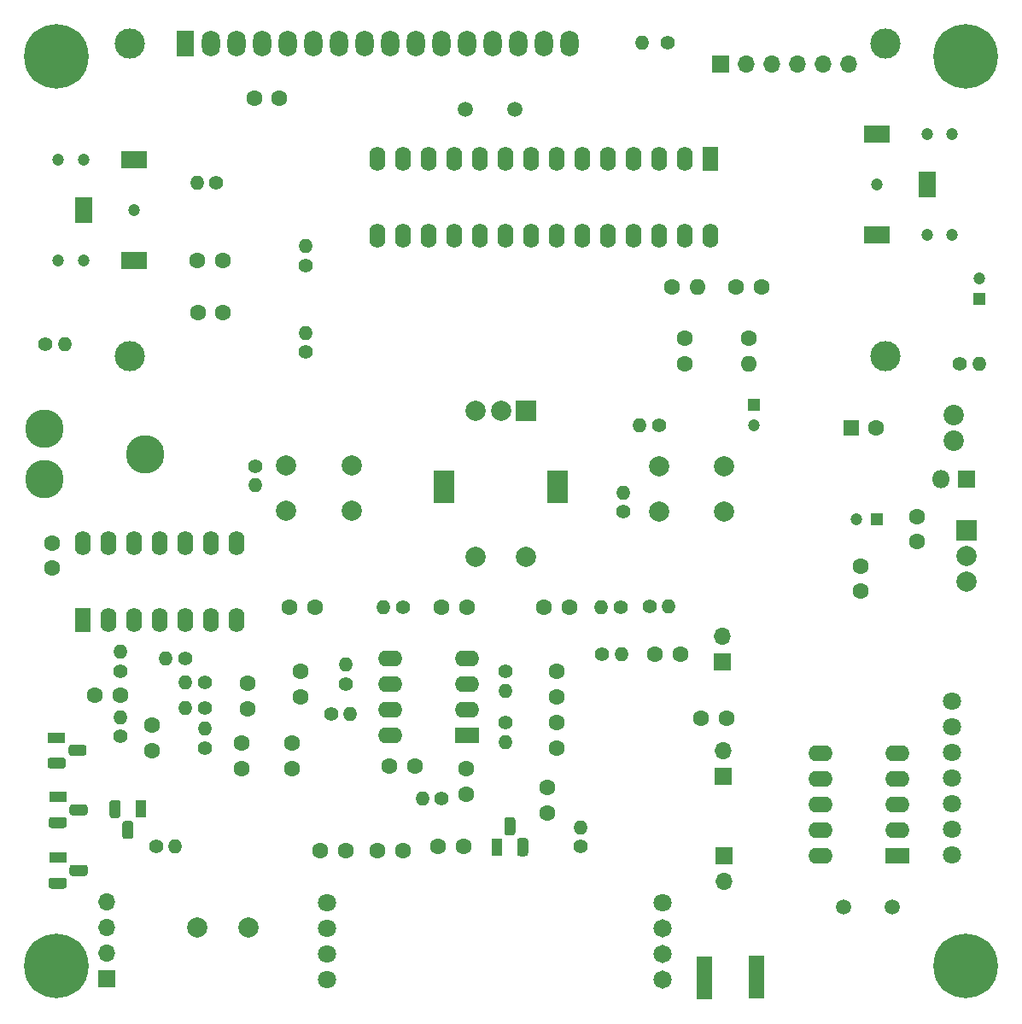
<source format=gbs>
G04 #@! TF.GenerationSoftware,KiCad,Pcbnew,(5.1.6)-1*
G04 #@! TF.CreationDate,2020-07-28T21:05:54+05:30*
G04 #@! TF.ProjectId,SDR_SSB,5344525f-5353-4422-9e6b-696361645f70,rev?*
G04 #@! TF.SameCoordinates,Original*
G04 #@! TF.FileFunction,Soldermask,Bot*
G04 #@! TF.FilePolarity,Negative*
%FSLAX46Y46*%
G04 Gerber Fmt 4.6, Leading zero omitted, Abs format (unit mm)*
G04 Created by KiCad (PCBNEW (5.1.6)-1) date 2020-07-28 21:05:54*
%MOMM*%
%LPD*%
G01*
G04 APERTURE LIST*
%ADD10O,1.400000X1.400000*%
%ADD11C,1.400000*%
%ADD12R,1.100000X1.800000*%
%ADD13C,1.600000*%
%ADD14O,1.700000X1.700000*%
%ADD15R,1.700000X1.700000*%
%ADD16R,1.800000X1.100000*%
%ADD17C,0.800000*%
%ADD18C,6.400000*%
%ADD19C,1.500000*%
%ADD20O,2.400000X1.600000*%
%ADD21R,2.400000X1.600000*%
%ADD22R,2.000000X2.000000*%
%ADD23C,2.000000*%
%ADD24R,2.000000X3.200000*%
%ADD25C,1.812700*%
%ADD26C,1.802540*%
%ADD27C,1.800000*%
%ADD28O,1.600000X2.400000*%
%ADD29R,1.600000X2.400000*%
%ADD30C,2.999999*%
%ADD31O,1.800000X2.600000*%
%ADD32R,1.800000X2.600000*%
%ADD33C,3.810000*%
%ADD34O,1.600000X1.600000*%
%ADD35C,2.020000*%
%ADD36R,1.524000X4.318000*%
%ADD37O,1.800000X1.800000*%
%ADD38R,1.800000X1.800000*%
%ADD39C,1.200000*%
%ADD40R,1.800000X2.500000*%
%ADD41R,2.500000X1.800000*%
%ADD42R,1.200000X1.200000*%
%ADD43R,1.600000X1.600000*%
G04 APERTURE END LIST*
D10*
X108254800Y204927200D03*
D11*
X106354800Y204927200D03*
D12*
X104825800Y208603800D03*
G36*
G01*
X102835800Y209228800D02*
X102835800Y207978800D01*
G75*
G02*
X102560800Y207703800I-275000J0D01*
G01*
X102010800Y207703800D01*
G75*
G02*
X101735800Y207978800I0J275000D01*
G01*
X101735800Y209228800D01*
G75*
G02*
X102010800Y209503800I275000J0D01*
G01*
X102560800Y209503800D01*
G75*
G02*
X102835800Y209228800I0J-275000D01*
G01*
G37*
G36*
G01*
X104105800Y207158800D02*
X104105800Y205908800D01*
G75*
G02*
X103830800Y205633800I-275000J0D01*
G01*
X103280800Y205633800D01*
G75*
G02*
X103005800Y205908800I0J275000D01*
G01*
X103005800Y207158800D01*
G75*
G02*
X103280800Y207433800I275000J0D01*
G01*
X103830800Y207433800D01*
G75*
G02*
X104105800Y207158800I0J-275000D01*
G01*
G37*
X140157200Y204832000D03*
G36*
G01*
X142147200Y204207000D02*
X142147200Y205457000D01*
G75*
G02*
X142422200Y205732000I275000J0D01*
G01*
X142972200Y205732000D01*
G75*
G02*
X143247200Y205457000I0J-275000D01*
G01*
X143247200Y204207000D01*
G75*
G02*
X142972200Y203932000I-275000J0D01*
G01*
X142422200Y203932000D01*
G75*
G02*
X142147200Y204207000I0J275000D01*
G01*
G37*
G36*
G01*
X140877200Y206277000D02*
X140877200Y207527000D01*
G75*
G02*
X141152200Y207802000I275000J0D01*
G01*
X141702200Y207802000D01*
G75*
G02*
X141977200Y207527000I0J-275000D01*
G01*
X141977200Y206277000D01*
G75*
G02*
X141702200Y206002000I-275000J0D01*
G01*
X141152200Y206002000D01*
G75*
G02*
X140877200Y206277000I0J275000D01*
G01*
G37*
D13*
X136853300Y204863700D03*
X134353300Y204863700D03*
D14*
X175006000Y282448000D03*
X172466000Y282448000D03*
X169926000Y282448000D03*
X167386000Y282448000D03*
X164846000Y282448000D03*
D15*
X162306000Y282448000D03*
D16*
X96500000Y215700000D03*
G36*
G01*
X95875000Y213710000D02*
X97125000Y213710000D01*
G75*
G02*
X97400000Y213435000I0J-275000D01*
G01*
X97400000Y212885000D01*
G75*
G02*
X97125000Y212610000I-275000J0D01*
G01*
X95875000Y212610000D01*
G75*
G02*
X95600000Y212885000I0J275000D01*
G01*
X95600000Y213435000D01*
G75*
G02*
X95875000Y213710000I275000J0D01*
G01*
G37*
G36*
G01*
X97945000Y214980000D02*
X99195000Y214980000D01*
G75*
G02*
X99470000Y214705000I0J-275000D01*
G01*
X99470000Y214155000D01*
G75*
G02*
X99195000Y213880000I-275000J0D01*
G01*
X97945000Y213880000D01*
G75*
G02*
X97670000Y214155000I0J275000D01*
G01*
X97670000Y214705000D01*
G75*
G02*
X97945000Y214980000I275000J0D01*
G01*
G37*
D14*
X101447600Y199364600D03*
X101447600Y196824600D03*
X101447600Y194284600D03*
D15*
X101447600Y191744600D03*
D17*
X98191656Y194711656D03*
X96494600Y195414600D03*
X94797544Y194711656D03*
X94094600Y193014600D03*
X94797544Y191317544D03*
X96494600Y190614600D03*
X98191656Y191317544D03*
X98894600Y193014600D03*
D18*
X96494600Y193014600D03*
D17*
X188361656Y194711656D03*
X186664600Y195414600D03*
X184967544Y194711656D03*
X184264600Y193014600D03*
X184967544Y191317544D03*
X186664600Y190614600D03*
X188361656Y191317544D03*
X189064600Y193014600D03*
D18*
X186664600Y193014600D03*
D17*
X98191656Y284881656D03*
X96494600Y285584600D03*
X94797544Y284881656D03*
X94094600Y283184600D03*
X94797544Y281487544D03*
X96494600Y280784600D03*
X98191656Y281487544D03*
X98894600Y283184600D03*
D18*
X96494600Y283184600D03*
D17*
X188361656Y284881656D03*
X186664600Y285584600D03*
X184967544Y284881656D03*
X184264600Y283184600D03*
X184967544Y281487544D03*
X186664600Y280784600D03*
X188361656Y281487544D03*
X189064600Y283184600D03*
D18*
X186664600Y283184600D03*
D19*
X179378000Y198882000D03*
X174498000Y198882000D03*
D20*
X172212000Y203962000D03*
X179832000Y214122000D03*
X172212000Y206502000D03*
X179832000Y211582000D03*
X172212000Y209042000D03*
X179832000Y209042000D03*
X172212000Y211582000D03*
X179832000Y206502000D03*
X172212000Y214122000D03*
D21*
X179832000Y203962000D03*
D22*
X143040000Y248070000D03*
D23*
X140540000Y248070000D03*
X138040000Y248070000D03*
D24*
X146140000Y240570000D03*
X134940000Y240570000D03*
D23*
X143040000Y233570000D03*
X138040000Y233570000D03*
D16*
X96600000Y209800000D03*
G36*
G01*
X95975000Y207810000D02*
X97225000Y207810000D01*
G75*
G02*
X97500000Y207535000I0J-275000D01*
G01*
X97500000Y206985000D01*
G75*
G02*
X97225000Y206710000I-275000J0D01*
G01*
X95975000Y206710000D01*
G75*
G02*
X95700000Y206985000I0J275000D01*
G01*
X95700000Y207535000D01*
G75*
G02*
X95975000Y207810000I275000J0D01*
G01*
G37*
G36*
G01*
X98045000Y209080000D02*
X99295000Y209080000D01*
G75*
G02*
X99570000Y208805000I0J-275000D01*
G01*
X99570000Y208255000D01*
G75*
G02*
X99295000Y207980000I-275000J0D01*
G01*
X98045000Y207980000D01*
G75*
G02*
X97770000Y208255000I0J275000D01*
G01*
X97770000Y208805000D01*
G75*
G02*
X98045000Y209080000I275000J0D01*
G01*
G37*
D14*
X162534600Y225729800D03*
D15*
X162534600Y223189800D03*
D14*
X162620000Y214400000D03*
D15*
X162620000Y211860000D03*
D14*
X162661600Y201396600D03*
D15*
X162661600Y203936600D03*
D19*
X137020000Y278000000D03*
X141900000Y278000000D03*
D25*
X156591000Y196748400D03*
X156591000Y194208400D03*
D26*
X156591000Y199288400D03*
D25*
X156591000Y191668400D03*
D27*
X123317000Y191719200D03*
X123317000Y194259200D03*
X123317000Y196799200D03*
X123317000Y199339200D03*
D28*
X99060000Y234950000D03*
X114300000Y227330000D03*
X101600000Y234950000D03*
X111760000Y227330000D03*
X104140000Y234950000D03*
X109220000Y227330000D03*
X106680000Y234950000D03*
X106680000Y227330000D03*
X109220000Y234950000D03*
X104140000Y227330000D03*
X111760000Y234950000D03*
X101600000Y227330000D03*
X114300000Y234950000D03*
D29*
X99060000Y227330000D03*
D27*
X185318400Y204063600D03*
X185318400Y206603600D03*
X185318400Y209143600D03*
X185318400Y211683600D03*
X185318400Y214223600D03*
X185318400Y216763600D03*
X185318400Y219303600D03*
D20*
X129540000Y215900000D03*
X137160000Y223520000D03*
X129540000Y218440000D03*
X137160000Y220980000D03*
X129540000Y220980000D03*
X137160000Y218440000D03*
X129540000Y223520000D03*
D21*
X137160000Y215900000D03*
D30*
X178720000Y284480000D03*
X178719480Y253479300D03*
X103720900Y253479300D03*
X103720900Y284480000D03*
D31*
X147320000Y284480000D03*
X144780000Y284480000D03*
X142240000Y284480000D03*
X139700000Y284480000D03*
X137160000Y284480000D03*
X134620000Y284480000D03*
X132080000Y284480000D03*
X129540000Y284480000D03*
X127000000Y284480000D03*
X124460000Y284480000D03*
X121920000Y284480000D03*
X119380000Y284480000D03*
X116840000Y284480000D03*
X114300000Y284480000D03*
X111760000Y284480000D03*
D32*
X109220000Y284480000D03*
D28*
X161290000Y265430000D03*
X128270000Y273050000D03*
X158750000Y265430000D03*
X130810000Y273050000D03*
X156210000Y265430000D03*
X133350000Y273050000D03*
X153670000Y265430000D03*
X135890000Y273050000D03*
X151130000Y265430000D03*
X138430000Y273050000D03*
X148590000Y265430000D03*
X140970000Y273050000D03*
X146050000Y265430000D03*
X143510000Y273050000D03*
X143510000Y265430000D03*
X146050000Y273050000D03*
X140970000Y265430000D03*
X148590000Y273050000D03*
X138430000Y265430000D03*
X151130000Y273050000D03*
X135890000Y265430000D03*
X153670000Y273050000D03*
X133350000Y265430000D03*
X156210000Y273050000D03*
X130810000Y265430000D03*
X158750000Y273050000D03*
X128270000Y265430000D03*
D29*
X161290000Y273050000D03*
D23*
X186690000Y231140000D03*
X186690000Y233680000D03*
D22*
X186690000Y236220000D03*
D23*
X162710000Y242570000D03*
X162710000Y238070000D03*
X156210000Y242570000D03*
X156210000Y238070000D03*
X119240000Y238200000D03*
X119240000Y242700000D03*
X125740000Y238200000D03*
X125740000Y242700000D03*
D33*
X95250000Y241300000D03*
X105250000Y243800000D03*
X95250000Y246300000D03*
D10*
X148450300Y206801800D03*
D11*
X148450300Y204901800D03*
D10*
X110400000Y270700000D03*
D11*
X112300000Y270700000D03*
D10*
X187960000Y252730000D03*
D11*
X186060000Y252730000D03*
D10*
X154559000Y284607000D03*
D11*
X157099000Y284607000D03*
D10*
X97300000Y254700000D03*
D11*
X95400000Y254700000D03*
D10*
X121158000Y255798400D03*
D11*
X121158000Y253898400D03*
D10*
X121200000Y264400000D03*
D11*
X121200000Y262500000D03*
D10*
X154322700Y246634000D03*
D11*
X156222700Y246634000D03*
D10*
X152666700Y239986900D03*
D11*
X152666700Y238086900D03*
D10*
X116230400Y240695400D03*
D11*
X116230400Y242595400D03*
D10*
X102793800Y224200800D03*
D11*
X102793800Y222300800D03*
D10*
X102793800Y217728800D03*
D11*
X102793800Y215828800D03*
D10*
X109275800Y221157800D03*
D11*
X111175800Y221157800D03*
D10*
X107320000Y223520000D03*
D11*
X109220000Y223520000D03*
D10*
X111175800Y216580800D03*
D11*
X111175800Y214680800D03*
D10*
X109270800Y218617800D03*
D11*
X111170800Y218617800D03*
D10*
X140970000Y220350000D03*
D11*
X140970000Y222250000D03*
D10*
X140970000Y215270000D03*
D11*
X140970000Y217170000D03*
D10*
X132770800Y209651600D03*
D11*
X134670800Y209651600D03*
D10*
X128910000Y228600000D03*
D11*
X130810000Y228600000D03*
D10*
X125200000Y222900000D03*
D11*
X125200000Y221000000D03*
D10*
X125600000Y218000000D03*
D11*
X123700000Y218000000D03*
D10*
X157182900Y228701600D03*
D11*
X155282900Y228701600D03*
D10*
X150500000Y228600000D03*
D11*
X152400000Y228600000D03*
D10*
X152496600Y223926400D03*
D11*
X150596600Y223926400D03*
D16*
X96600000Y203800000D03*
G36*
G01*
X95975000Y201810000D02*
X97225000Y201810000D01*
G75*
G02*
X97500000Y201535000I0J-275000D01*
G01*
X97500000Y200985000D01*
G75*
G02*
X97225000Y200710000I-275000J0D01*
G01*
X95975000Y200710000D01*
G75*
G02*
X95700000Y200985000I0J275000D01*
G01*
X95700000Y201535000D01*
G75*
G02*
X95975000Y201810000I275000J0D01*
G01*
G37*
G36*
G01*
X98045000Y203080000D02*
X99295000Y203080000D01*
G75*
G02*
X99570000Y202805000I0J-275000D01*
G01*
X99570000Y202255000D01*
G75*
G02*
X99295000Y201980000I-275000J0D01*
G01*
X98045000Y201980000D01*
G75*
G02*
X97770000Y202255000I0J275000D01*
G01*
X97770000Y202805000D01*
G75*
G02*
X98045000Y203080000I275000J0D01*
G01*
G37*
D23*
X115544600Y196824600D03*
X110464600Y196824600D03*
D34*
X160020000Y260350000D03*
D13*
X157480000Y260350000D03*
D34*
X165100000Y252730000D03*
D13*
X165100000Y255270000D03*
D35*
X185420000Y247650000D03*
X185420000Y245110000D03*
D36*
X165862000Y191922400D03*
X160756600Y191871600D03*
D37*
X184150000Y241300000D03*
D38*
X186690000Y241300000D03*
D39*
X96640000Y262970000D03*
X99140000Y262970000D03*
X96640000Y272970000D03*
X99140000Y272970000D03*
X104140000Y267970000D03*
D40*
X99140000Y267970000D03*
D41*
X104140000Y262970000D03*
X104140000Y272970000D03*
D39*
X185300000Y275510000D03*
X182800000Y275510000D03*
X185300000Y265510000D03*
X182800000Y265510000D03*
X177800000Y270510000D03*
D40*
X182800000Y270510000D03*
D41*
X177800000Y275510000D03*
X177800000Y265510000D03*
D13*
X132014600Y212826600D03*
X129514600Y212826600D03*
X96062800Y232475400D03*
X96062800Y234975400D03*
X125143900Y204482700D03*
X122643900Y204482700D03*
X130833500Y204482700D03*
X128333500Y204482700D03*
X100293800Y219887800D03*
X102793800Y219887800D03*
X145173700Y210729200D03*
X145173700Y208229200D03*
X105968800Y216926800D03*
X105968800Y214426800D03*
X146050000Y219750000D03*
X146050000Y222250000D03*
X146050000Y214670000D03*
X146050000Y217170000D03*
X144820000Y228600000D03*
X147320000Y228600000D03*
X158329000Y223951800D03*
X155829000Y223951800D03*
X162926400Y217563700D03*
X160426400Y217563700D03*
X120650000Y219750000D03*
X120650000Y222250000D03*
X119811800Y215123400D03*
X119811800Y212623400D03*
X137134600Y212572600D03*
X137134600Y210072600D03*
X134660000Y228600000D03*
X137160000Y228600000D03*
X119597800Y228600000D03*
X122097800Y228600000D03*
X115417600Y221041600D03*
X115417600Y218541600D03*
X114858800Y215148800D03*
X114858800Y212648800D03*
X112977300Y262978900D03*
X110477300Y262978900D03*
X112990000Y257810000D03*
X110490000Y257810000D03*
D39*
X187960000Y261207000D03*
D42*
X187960000Y259207000D03*
D13*
X118600000Y279100000D03*
X116100000Y279100000D03*
X166370000Y260350000D03*
X163870000Y260350000D03*
X158750000Y255270000D03*
X158750000Y252770000D03*
D39*
X165608000Y246666000D03*
D42*
X165608000Y248666000D03*
D39*
X175800000Y237300000D03*
D42*
X177800000Y237300000D03*
D13*
X176200000Y232700000D03*
X176200000Y230200000D03*
X181800000Y237600000D03*
X181800000Y235100000D03*
X177760000Y246380000D03*
D43*
X175260000Y246380000D03*
M02*

</source>
